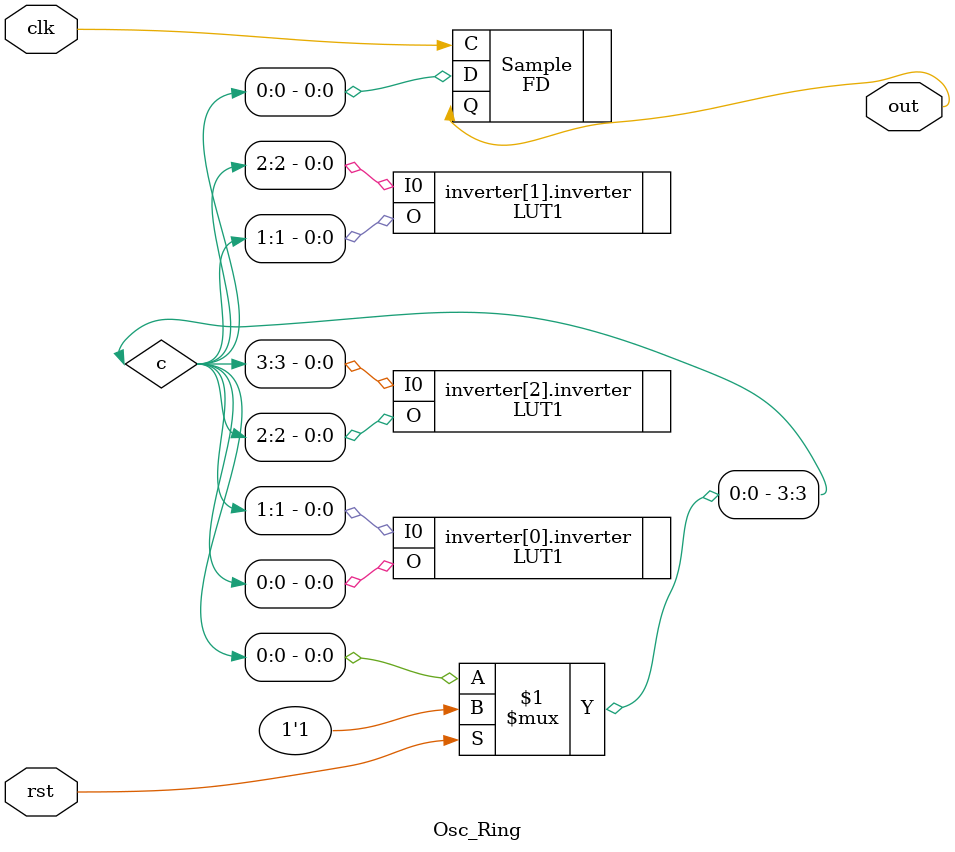
<source format=v>
`timescale 1ns / 1ps
module Osc_Ring #(parameter n = 3)( // n- no of inverters
    input wire clk,
	 input wire rst,
    output wire out
    );

(*S = "YES", KEEP = "TRUE"*)wire [n:0] c;

genvar k;
generate
for (k = n-1; k >= 0; k = k - 1)
begin: inverter
	LUT1 #(
	.INIT(2'b01) 
	) inverter (
	.O(c[k]), 
	.I0(c[k+1]) 
	);
end
endgenerate

assign c[n] = rst? 1'b1 : c[0];

FD Sample (
	.Q (out),
	.C (clk),
	.D (c[0]));


endmodule

</source>
